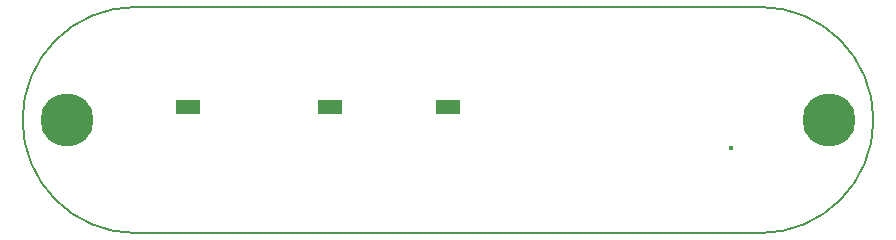
<source format=gbs>
G04*
G04 #@! TF.GenerationSoftware,Altium Limited,Altium Designer,19.0.15 (446)*
G04*
G04 Layer_Color=16711935*
%FSLAX44Y44*%
%MOMM*%
G71*
G01*
G75*
%ADD14C,0.2000*%
%ADD15C,4.5000*%
%ADD16R,0.3032X0.3032*%
%ADD17R,2.0032X1.2532*%
D14*
X-264450Y95750D02*
G03*
X-264450Y-95750I0J-95750D01*
G01*
X264450D02*
G03*
X264450Y95750I0J95750D01*
G01*
X-264450Y-95750D02*
X264450D01*
X-264450Y95750D02*
X264450D01*
D15*
X-322650Y0D02*
D03*
X322650D02*
D03*
D16*
X240000Y-24000D02*
D03*
D17*
X0Y11100D02*
D03*
X-100000D02*
D03*
X-220000D02*
D03*
M02*

</source>
